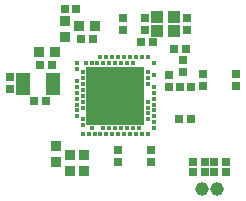
<source format=gts>
G04*
G04 #@! TF.GenerationSoftware,Altium Limited,Altium Designer,19.0.10 (269)*
G04*
G04 Layer_Color=8388736*
%FSLAX24Y24*%
%MOIN*%
G70*
G01*
G75*
%ADD24R,0.0296X0.0257*%
%ADD25R,0.0257X0.0296*%
%ADD26R,0.0316X0.0257*%
%ADD27R,0.0375X0.0355*%
%ADD28R,0.0454X0.0769*%
%ADD29R,0.1949X0.1949*%
%ADD30C,0.0148*%
%ADD31R,0.0355X0.0375*%
%ADD32R,0.0434X0.0395*%
%ADD33C,0.0454*%
D24*
X3289Y-2550D02*
D03*
X3682D02*
D03*
X3289Y-2200D02*
D03*
X3682D02*
D03*
X2593Y-2550D02*
D03*
X2987D02*
D03*
X2593Y-2200D02*
D03*
X2987D02*
D03*
X2520Y-787D02*
D03*
X2126D02*
D03*
X2362Y1545D02*
D03*
X1969D02*
D03*
X-2708Y-167D02*
D03*
X-2314D02*
D03*
X-2490Y1033D02*
D03*
X-2096D02*
D03*
X1270Y1791D02*
D03*
X876D02*
D03*
X-1127Y1900D02*
D03*
X-733D02*
D03*
D25*
X4039Y323D02*
D03*
Y717D02*
D03*
X1792Y699D02*
D03*
Y305D02*
D03*
X2266Y803D02*
D03*
Y1197D02*
D03*
X2916Y717D02*
D03*
Y323D02*
D03*
X-3515Y610D02*
D03*
Y217D02*
D03*
X266Y2598D02*
D03*
Y2205D02*
D03*
X978Y2597D02*
D03*
Y2203D02*
D03*
X2378Y2203D02*
D03*
Y2597D02*
D03*
X98Y-2215D02*
D03*
Y-1821D02*
D03*
X1191Y-2215D02*
D03*
Y-1821D02*
D03*
D26*
X2539Y302D02*
D03*
X2165Y302D02*
D03*
X-1299Y2904D02*
D03*
X-1673D02*
D03*
D27*
Y1959D02*
D03*
Y2490D02*
D03*
X-1033Y-1969D02*
D03*
Y-2500D02*
D03*
X-1496Y-1969D02*
D03*
Y-2500D02*
D03*
X-1963Y-1683D02*
D03*
Y-2215D02*
D03*
D28*
X-3062Y404D02*
D03*
X-2078D02*
D03*
D29*
X0Y0D02*
D03*
D30*
X1083Y-1280D02*
D03*
X886D02*
D03*
X689D02*
D03*
X492D02*
D03*
X295D02*
D03*
X98D02*
D03*
X-98D02*
D03*
X-295D02*
D03*
X-492D02*
D03*
X-689D02*
D03*
X-886D02*
D03*
X-1083D02*
D03*
X1280Y-1083D02*
D03*
X787D02*
D03*
X591D02*
D03*
X394D02*
D03*
X197D02*
D03*
X0D02*
D03*
X-197D02*
D03*
X-394D02*
D03*
X-787D02*
D03*
X-1083Y-984D02*
D03*
X1280Y-886D02*
D03*
X1083Y-787D02*
D03*
X-1083D02*
D03*
X1280Y-689D02*
D03*
X-1280D02*
D03*
X1083Y-591D02*
D03*
X1280Y-492D02*
D03*
X-1280D02*
D03*
X1083Y-394D02*
D03*
X-1083D02*
D03*
X1280Y-295D02*
D03*
X-1280D02*
D03*
X1083Y-197D02*
D03*
X-1083D02*
D03*
X1280Y-98D02*
D03*
X-1280D02*
D03*
X-1083Y0D02*
D03*
X1280Y98D02*
D03*
X-1280D02*
D03*
X-1083Y197D02*
D03*
X1280Y295D02*
D03*
X-1280D02*
D03*
X1083Y394D02*
D03*
X-1083D02*
D03*
X-1280Y492D02*
D03*
X1083Y591D02*
D03*
X-1083D02*
D03*
X1280Y689D02*
D03*
X-1083Y787D02*
D03*
X-1280Y886D02*
D03*
X1083Y787D02*
D03*
X1280Y1083D02*
D03*
X591D02*
D03*
X394D02*
D03*
X197D02*
D03*
X0D02*
D03*
X-197D02*
D03*
X-394D02*
D03*
X-591D02*
D03*
X-787D02*
D03*
X-984D02*
D03*
X-1280D02*
D03*
X1083Y1280D02*
D03*
X689D02*
D03*
X492D02*
D03*
X295D02*
D03*
X98D02*
D03*
X-98D02*
D03*
X-295D02*
D03*
X-492D02*
D03*
X886D02*
D03*
D31*
X-2018Y1467D02*
D03*
X-2549D02*
D03*
X-1191Y2309D02*
D03*
X-659D02*
D03*
D32*
X1963Y2173D02*
D03*
Y2626D02*
D03*
X1392D02*
D03*
Y2173D02*
D03*
D33*
X2906Y-3122D02*
D03*
X3406D02*
D03*
M02*

</source>
